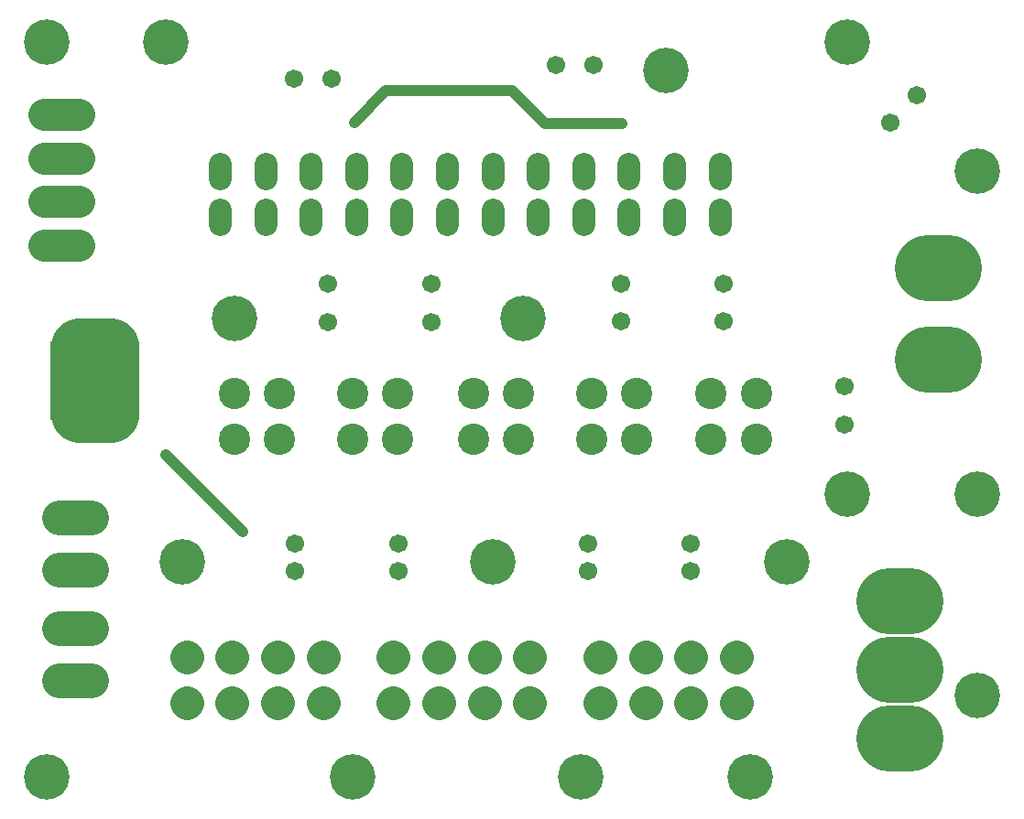
<source format=gts>
G04 Layer: TopSolderMaskLayer*
G04 EasyEDA v6.4.19.4, 2021-09-27T21:18:42+08:00*
G04 328f29077b91436ca96412054b8b6626,119f753a6ce64b8d841f2ad33262ab0c,10*
G04 Gerber Generator version 0.2*
G04 Scale: 100 percent, Rotated: No, Reflected: No *
G04 Dimensions in millimeters *
G04 leading zeros omitted , absolute positions ,4 integer and 5 decimal *
%FSLAX45Y45*%
%MOMM*%

%ADD13C,1.0000*%
%ADD25C,3.2032*%
%ADD26C,5.2032*%
%ADD27C,3.0032*%
%ADD28C,6.1016*%
%ADD29C,1.8032*%
%ADD30C,2.1000*%
%ADD31C,3.1016*%
%ADD32C,4.2032*%
%ADD34C,1.7016*%
%ADD35C,2.9016*%

%LPD*%
D13*
X3289300Y6502400D02*
G01*
X3581400Y6794500D01*
X4749800Y6794500D01*
X5054600Y6489700D01*
X5765800Y6489700D01*
X1549400Y3429000D02*
G01*
X2260600Y2717800D01*
D25*
X561200Y1333500D02*
G01*
X861199Y1333500D01*
X561200Y1816100D02*
G01*
X861199Y1816100D01*
D26*
X739000Y4432300D02*
G01*
X1038999Y4432300D01*
X739000Y3797300D02*
G01*
X1038999Y3797300D01*
D27*
X424200Y5365902D02*
G01*
X744199Y5365902D01*
X424200Y5770138D02*
G01*
X744199Y5770138D01*
X424200Y6174366D02*
G01*
X744199Y6174366D01*
D25*
X561200Y2844800D02*
G01*
X861199Y2844800D01*
X561200Y2362200D02*
G01*
X861199Y2362200D01*
D28*
X8786799Y5156200D02*
G01*
X8586800Y5156200D01*
X8431199Y2070100D02*
G01*
X8231200Y2070100D01*
X8431199Y1435100D02*
G01*
X8231200Y1435100D01*
X8431199Y800100D02*
G01*
X8231200Y800100D01*
X8786799Y4305300D02*
G01*
X8586800Y4305300D01*
D27*
X424200Y6578600D02*
G01*
X744199Y6578600D01*
D29*
X476100Y6578600D02*
G01*
X616099Y6578600D01*
X476100Y6174366D02*
G01*
X616099Y6174366D01*
X476100Y5770138D02*
G01*
X616099Y5770138D01*
X476100Y5365902D02*
G01*
X616099Y5365902D01*
X501500Y2844800D02*
G01*
X641499Y2844800D01*
X501500Y2362200D02*
G01*
X641499Y2362200D01*
X501500Y1816100D02*
G01*
X641499Y1816100D01*
X501500Y1333500D02*
G01*
X641499Y1333500D01*
D30*
X2046097Y5701992D02*
G01*
X2046097Y5561992D01*
X2046097Y6122007D02*
G01*
X2046097Y5982007D01*
X2466086Y5701992D02*
G01*
X2466086Y5561992D01*
X2466086Y6122007D02*
G01*
X2466086Y5982007D01*
X2886100Y5701992D02*
G01*
X2886100Y5561992D01*
X2886100Y6122007D02*
G01*
X2886100Y5982007D01*
X3306089Y5701992D02*
G01*
X3306089Y5561992D01*
X3306089Y6122007D02*
G01*
X3306089Y5982007D01*
X3726103Y5701992D02*
G01*
X3726103Y5561992D01*
X3726103Y6122007D02*
G01*
X3726103Y5982007D01*
X4146092Y5701992D02*
G01*
X4146092Y5561992D01*
X4146092Y6122007D02*
G01*
X4146092Y5982007D01*
X4566107Y5701992D02*
G01*
X4566107Y5561992D01*
X4566107Y6122007D02*
G01*
X4566107Y5982007D01*
X4986096Y5701992D02*
G01*
X4986096Y5561992D01*
X4986096Y6122007D02*
G01*
X4986096Y5982007D01*
X5406085Y5701992D02*
G01*
X5406085Y5561992D01*
X5406085Y6122007D02*
G01*
X5406085Y5982007D01*
X5826099Y5701992D02*
G01*
X5826099Y5561992D01*
X5826099Y6122007D02*
G01*
X5826099Y5982007D01*
X6246088Y5701992D02*
G01*
X6246088Y5561992D01*
X6246088Y6122007D02*
G01*
X6246088Y5982007D01*
X6666102Y5701992D02*
G01*
X6666102Y5561992D01*
X6666102Y6122007D02*
G01*
X6666102Y5982007D01*
D31*
X1737995Y1136650D02*
G01*
X1737995Y1136650D01*
X1737995Y1556765D02*
G01*
X1737995Y1556765D01*
X2158111Y1136650D02*
G01*
X2158111Y1136650D01*
X2158111Y1556765D02*
G01*
X2158111Y1556765D01*
X2578988Y1135634D02*
G01*
X2578988Y1135634D01*
X2578988Y1555750D02*
G01*
X2578988Y1555750D01*
X2999104Y1135634D02*
G01*
X2999104Y1135634D01*
X2999104Y1555750D02*
G01*
X2999104Y1555750D01*
X3649345Y1136650D02*
G01*
X3649345Y1136650D01*
X3649345Y1556765D02*
G01*
X3649345Y1556765D01*
X4069461Y1136650D02*
G01*
X4069461Y1136650D01*
X4069461Y1556765D02*
G01*
X4069461Y1556765D01*
X4490338Y1135634D02*
G01*
X4490338Y1135634D01*
X4490338Y1555750D02*
G01*
X4490338Y1555750D01*
X4910454Y1135634D02*
G01*
X4910454Y1135634D01*
X4910454Y1555750D02*
G01*
X4910454Y1555750D01*
X5560695Y1136650D02*
G01*
X5560695Y1136650D01*
X5560695Y1556765D02*
G01*
X5560695Y1556765D01*
X5980811Y1136650D02*
G01*
X5980811Y1136650D01*
X5980811Y1556765D02*
G01*
X5980811Y1556765D01*
X6401688Y1135634D02*
G01*
X6401688Y1135634D01*
X6401688Y1555750D02*
G01*
X6401688Y1555750D01*
X6821804Y1135634D02*
G01*
X6821804Y1135634D01*
X6821804Y1555750D02*
G01*
X6821804Y1555750D01*
D32*
G01*
X450011Y449986D03*
G01*
X450011Y7249998D03*
G01*
X1550009Y7249998D03*
G01*
X7849997Y7249998D03*
G01*
X6949998Y449986D03*
G01*
X9049994Y1199997D03*
G01*
X9049994Y6050000D03*
G01*
X2184400Y4686300D03*
G01*
X4851400Y4686300D03*
G01*
X3276600Y450011D03*
G01*
X5384800Y450011D03*
G01*
X4572000Y2438400D03*
G01*
X1701800Y2438400D03*
G01*
X7289800Y2438400D03*
G01*
X7849997Y3060700D03*
G01*
X9049994Y3060700D03*
G01*
X6172200Y6985000D03*
G36*
X478789Y3754628D02*
G01*
X478789Y4474971D01*
X1299210Y4474971D01*
X1299210Y3754628D01*
G37*
D34*
G01*
X4000500Y4660874D03*
G01*
X4000500Y5010886D03*
G01*
X3048000Y4660874D03*
G01*
X3048000Y5010886D03*
G01*
X5753100Y4660900D03*
G01*
X5753100Y5010912D03*
G01*
X6705600Y4660900D03*
G01*
X6705600Y5010912D03*
D35*
G01*
X2597658Y3994657D03*
G01*
X2597658Y3574542D03*
G01*
X2177541Y3994657D03*
G01*
X2177541Y3574542D03*
G01*
X3689858Y3994657D03*
G01*
X3689858Y3574542D03*
G01*
X3269741Y3994657D03*
G01*
X3269741Y3574542D03*
G01*
X4807458Y3994657D03*
G01*
X4807458Y3574542D03*
G01*
X4387341Y3994657D03*
G01*
X4387341Y3574542D03*
G01*
X5899658Y3994657D03*
G01*
X5899658Y3574542D03*
G01*
X5479541Y3994657D03*
G01*
X5479541Y3574542D03*
G01*
X7004558Y3994657D03*
G01*
X7004558Y3574542D03*
G01*
X6584441Y3994657D03*
G01*
X6584441Y3574542D03*
D34*
G01*
X3083306Y6904941D03*
G01*
X2733293Y6904941D03*
G01*
X7823200Y4061205D03*
G01*
X7823200Y3711194D03*
G01*
X8245551Y6505651D03*
G01*
X8493048Y6753148D03*
G01*
X2743200Y2349500D03*
G01*
X2743200Y2603500D03*
G01*
X3695700Y2349500D03*
G01*
X3695700Y2603500D03*
G01*
X5448300Y2349525D03*
G01*
X5448300Y2603525D03*
G01*
X6400800Y2349525D03*
G01*
X6400800Y2603525D03*
G01*
X5502960Y7035218D03*
G01*
X5152948Y7035220D03*
M02*

</source>
